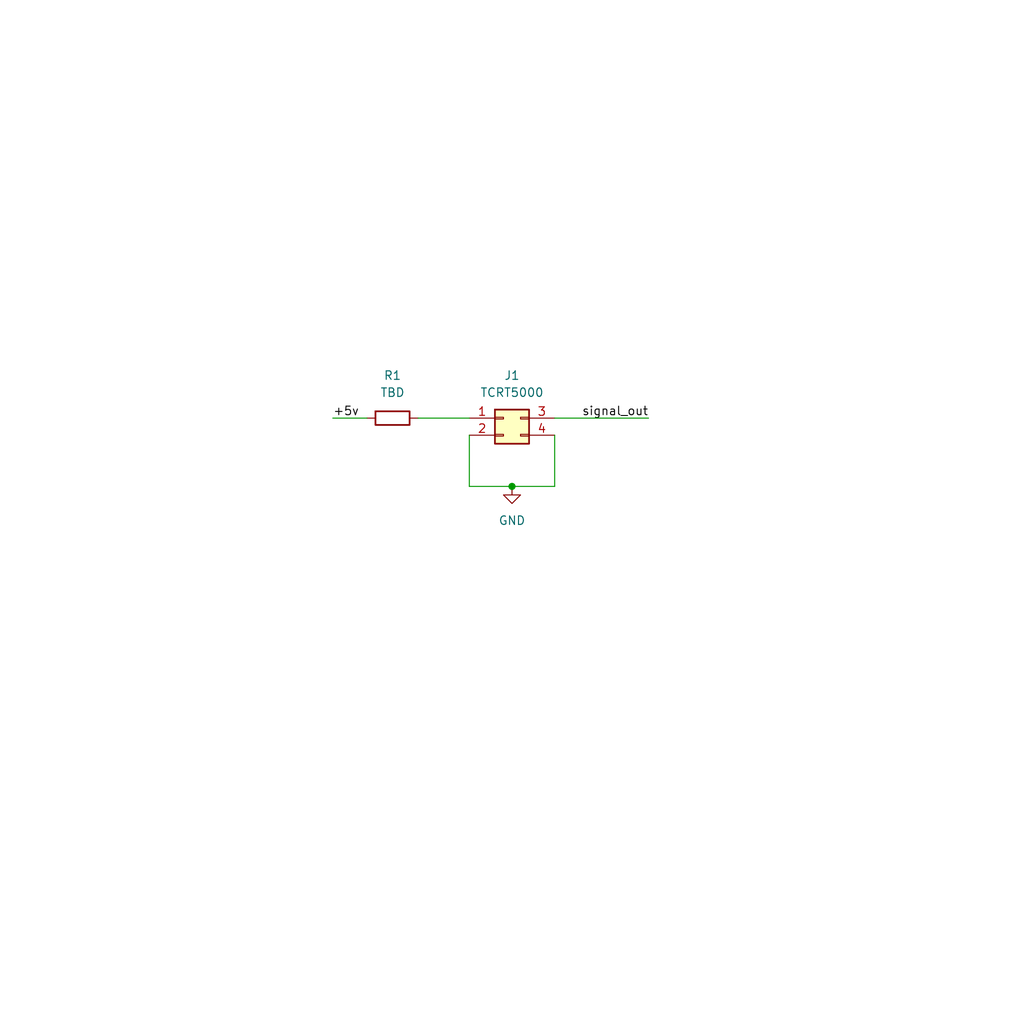
<source format=kicad_sch>
(kicad_sch (version 20250114) (generator "eeschema") (generator_version "9.0")
  (paper "User" 152.4 152.4)
  (lib_symbols
    (symbol "Connector_Generic:Conn_02x02_Top_Bottom" (pin_names (offset 1.016) (hide yes))
      (property "Reference" "J" (at 1.27 2.54 0))
      (property "Value" "Conn_02x02_Top_Bottom" (at 1.27 -5.08 0))
      (symbol "Conn_02x02_Top_Bottom_1_1"
        (rectangle (start -1.27 1.27) (end 3.81 -3.81) (stroke (width 0.254)) (fill (type background)))
        (rectangle (start -1.27 0.127) (end 0 -0.127) (stroke (width 0.1524)))
        (rectangle (start -1.27 -2.413) (end 0 -2.667) (stroke (width 0.1524)))
        (rectangle (start 3.81 0.127) (end 2.54 -0.127) (stroke (width 0.1524)))
        (rectangle (start 3.81 -2.413) (end 2.54 -2.667) (stroke (width 0.1524)))
        (pin passive line (at -5.08 0 0) (length 3.81) (name "Pin_1") (number "1"))
        (pin passive line (at -5.08 -2.54 0) (length 3.81) (name "Pin_2") (number "2"))
        (pin passive line (at 7.62 0 180) (length 3.81) (name "Pin_3") (number "3"))
        (pin passive line (at 7.62 -2.54 180) (length 3.81) (name "Pin_4") (number "4"))
      )
    )
    (symbol "Device:R" (pin_numbers (hide yes)) (pin_names (offset 0))
      (property "Reference" "R" (at 2.032 0 90))
      (property "Value" "R" (at 0 0 90))
      (symbol "R_0_1"
        (rectangle (start -1.016 -2.54) (end 1.016 2.54) (stroke (width 0.254)))
      )
      (symbol "R_1_1"
        (pin passive line (at 0 3.81 270) (length 1.27) (name "~") (number "1"))
        (pin passive line (at 0 -3.81 90) (length 1.27) (name "~") (number "2"))
      )
    )
    (symbol "power:GND" (power) (pin_numbers (hide yes)) (pin_names (offset 0) (hide yes))
      (property "Value" "GND" (at 0 -3.81 0))
      (symbol "GND_0_1"
        (polyline (pts (xy 0 0) (xy 0 -1.27) (xy 1.27 -1.27) (xy 0 -2.54) (xy -1.27 -1.27) (xy 0 -1.27)))
      )
      (symbol "GND_1_1"
        (pin power_in line (at 0 0 270) (length 0) (name "~") (number "1"))
      )
    )
  )
  (junction (at 76.2 72.39))
  (wire (pts (xy 62.23 62.23) (xy 69.85 62.23)))
  (wire (pts (xy 76.2 72.39) (xy 82.55 72.39)))
  (wire (pts (xy 69.85 72.39) (xy 76.2 72.39)))
  (wire (pts (xy 96.52 62.23) (xy 82.55 62.23)))
  (wire (pts (xy 49.53 62.23) (xy 54.61 62.23)))
  (wire (pts (xy 69.85 64.77) (xy 69.85 72.39)))
  (wire (pts (xy 82.55 72.39) (xy 82.55 64.77)))
  (label "signal_out" (at 96.52 62.23 180))
  (label "+5v" (at 49.53 62.23 0))
  (symbol (lib_id "Device:R") (at 58.42 62.23 90) (unit 1)
    (property "Reference" "R1" (at 58.42 55.88 90))
    (property "Value" "TBD" (at 58.42 58.42 90))
    (property "Description" "Resistor" (effects (hide yes)))
  )
  (symbol (lib_id "Connector_Generic:Conn_02x02_Top_Bottom") (at 74.93 62.23 0) (unit 1)
    (property "Reference" "J1" (at 76.2 55.88 0))
    (property "Value" "TCRT5000" (at 76.2 58.42 0))
    (property "Description" "Generic connector, double row, 02x02, top/bottom pin numbering scheme (row 1: 1...pins_per_row, row2: pins_per_row+1 ... num_pins), script generated (kicad-library-utils/schlib/autogen/connector/)" (effects (hide yes)))
  )
  (symbol (lib_id "power:GND") (at 76.2 72.39 0) (unit 1)
    (property "Reference" "#PWR01" (effects (hide yes)))
    (property "Value" "GND" (at 76.2 77.47 0))
    (property "Description" "Power symbol creates a global label with name \"GND\" , ground" (effects (hide yes)))
  )
)
</source>
